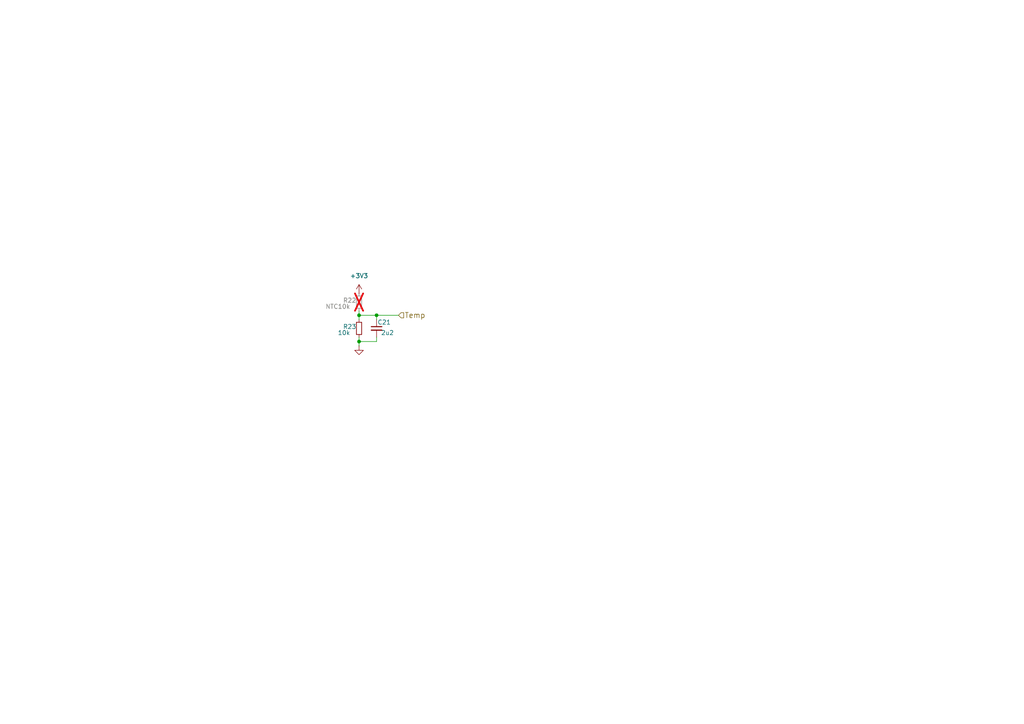
<source format=kicad_sch>
(kicad_sch (version 20231120) (generator "eeschema") (generator_version "8.0")
  (paper "A4")
  (lib_symbols
    (symbol "Device:C_Small" (pin_numbers hide) (pin_names (offset 0.254) hide)
      (property "Reference" "C" (at 0.254 1.778 0))
      (property "Value" "C_Small" (at 0.254 -2.032 0))
      (symbol "C_Small_0_1"
        (polyline (pts (xy -1.524 -0.508) (xy 1.524 -0.508)) (stroke (width 0.3302)))
        (polyline (pts (xy -1.524 0.508) (xy 1.524 0.508)) (stroke (width 0.3048)))
      )
      (symbol "C_Small_1_1"
        (pin passive line (at 0 2.54 270) (length 2.032) (name "~") (number "1"))
        (pin passive line (at 0 -2.54 90) (length 2.032) (name "~") (number "2"))
      )
    )
    (symbol "Device:R_Small" (pin_numbers hide) (pin_names (offset 0.254) hide)
      (property "Reference" "R" (at 0.762 0.508 0))
      (property "Value" "R_Small" (at 0.762 -1.016 0))
      (symbol "R_Small_0_1"
        (rectangle (start -0.762 1.778) (end 0.762 -1.778) (stroke (width 0.2032)))
      )
      (symbol "R_Small_1_1"
        (pin passive line (at 0 2.54 270) (length 0.762) (name "~") (number "1"))
        (pin passive line (at 0 -2.54 90) (length 0.762) (name "~") (number "2"))
      )
    )
    (symbol "power:+3V3" (power) (pin_numbers hide) (pin_names (offset 0) hide)
      (property "Value" "+3V3" (at 0 3.556 0))
      (symbol "+3V3_0_1"
        (polyline (pts (xy -0.762 1.27) (xy 0 2.54)))
        (polyline (pts (xy 0 0) (xy 0 2.54)))
        (polyline (pts (xy 0 2.54) (xy 0.762 1.27)))
      )
      (symbol "+3V3_1_1"
        (pin power_in line (at 0 0 90) (length 0) (name "~") (number "1"))
      )
    )
    (symbol "power:GND" (power) (pin_numbers hide) (pin_names (offset 0) hide)
      (property "Value" "GND" (at 0 -3.81 0))
      (symbol "GND_0_1"
        (polyline (pts (xy 0 0) (xy 0 -1.27) (xy 1.27 -1.27) (xy 0 -2.54) (xy -1.27 -1.27) (xy 0 -1.27)))
      )
      (symbol "GND_1_1"
        (pin power_in line (at 0 0 270) (length 0) (name "~") (number "1"))
      )
    )
  )
  (junction (at 109.22 91.44))
  (junction (at 104.14 91.44))
  (junction (at 104.14 99.06))
  (wire (pts (xy 104.14 92.71) (xy 104.14 91.44)))
  (wire (pts (xy 104.14 91.44) (xy 109.22 91.44)))
  (wire (pts (xy 115.57 91.44) (xy 109.22 91.44)))
  (wire (pts (xy 109.22 97.79) (xy 109.22 99.06)))
  (wire (pts (xy 109.22 91.44) (xy 109.22 92.71)))
  (wire (pts (xy 104.14 99.06) (xy 109.22 99.06)))
  (wire (pts (xy 104.14 91.44) (xy 104.14 90.17)))
  (wire (pts (xy 104.14 100.33) (xy 104.14 99.06)))
  (wire (pts (xy 104.14 99.06) (xy 104.14 97.79)))
  (hierarchical_label "Temp" (shape input) (at 115.57 91.44 0) (effects (font (size 1.524 1.524))))
  (symbol (lib_id "power:GND") (at 104.14 100.33 0) (unit 1)
    (property "Reference" "#PWR038" (effects (hide yes)))
    (property "Value" "GND" (effects (hide yes)))
    (property "Description" "Power symbol creates a global label with name \"GND\" , ground" (effects (hide yes)))
  )
  (symbol (lib_id "power:+3V3") (at 104.14 85.09 0) (unit 1)
    (property "Reference" "#PWR039" (effects (hide yes)))
    (property "Value" "+3V3" (at 104.14 80.01 0))
    (property "Description" "Power symbol creates a global label with name \"+3V3\"" (effects (hide yes)))
  )
  (symbol (lib_id "Device:R_Small") (at 104.14 87.63 0) (mirror y) (unit 1) (dnp yes)
    (property "Reference" "R22" (at 103.378 87.122 0) (effects (justify left)))
    (property "Value" "NTC10k" (at 101.6 88.9 0) (effects (justify left)))
    (property "Footprint" "Resistor_SMD:R_0603_1608Metric" (effects (hide yes)))
    (property "Description" "Resistor, small symbol" (effects (hide yes)))
  )
  (symbol (lib_id "Device:C_Small") (at 109.22 95.25 0) (unit 1)
    (property "Reference" "C21" (at 109.474 93.472 0) (effects (justify left)))
    (property "Value" "2u2" (at 110.49 96.52 0) (effects (justify left)))
    (property "Footprint" "Capacitor_SMD:C_0603_1608Metric" (effects (hide yes)))
    (property "Description" "Unpolarized capacitor, small symbol" (effects (hide yes)))
  )
  (symbol (lib_id "Device:R_Small") (at 104.14 95.25 0) (mirror y) (unit 1)
    (property "Reference" "R23" (at 103.378 94.742 0) (effects (justify left)))
    (property "Value" "10k" (at 101.6 96.52 0) (effects (justify left)))
    (property "Footprint" "Resistor_SMD:R_0603_1608Metric" (effects (hide yes)))
    (property "Description" "Resistor, small symbol" (effects (hide yes)))
  )
)
</source>
